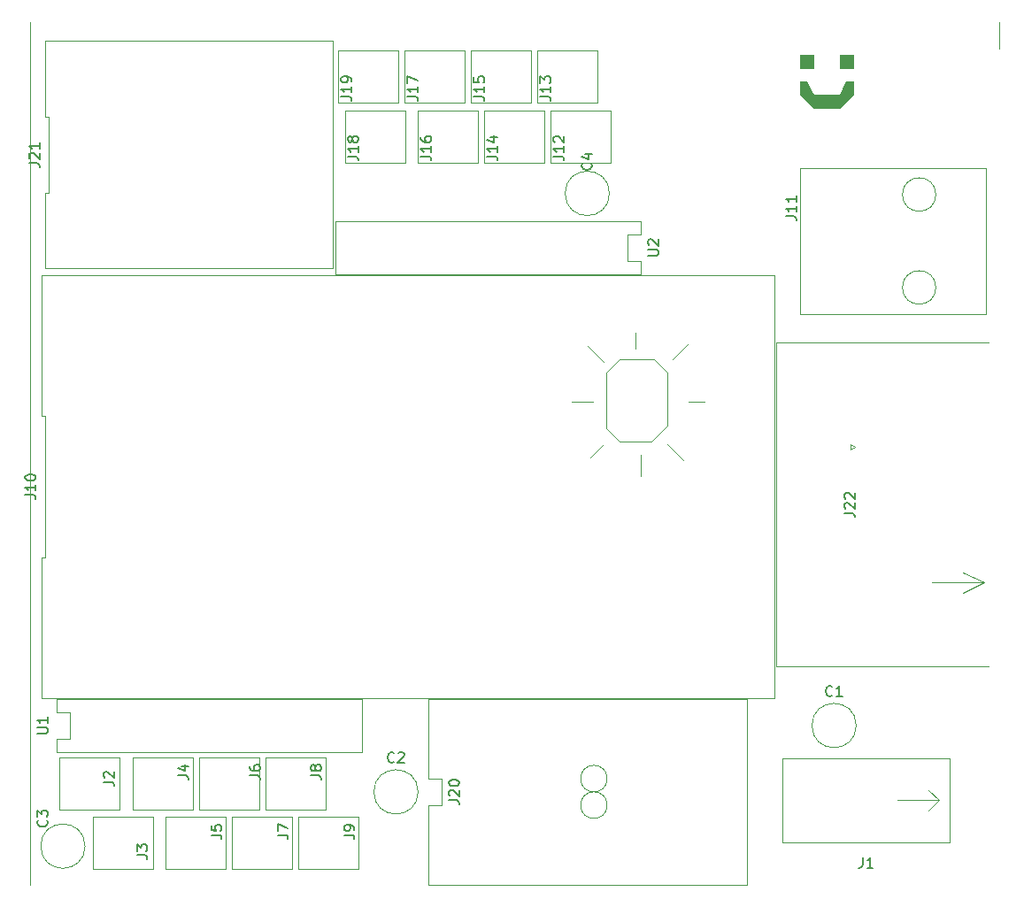
<source format=gbr>
G04 #@! TF.GenerationSoftware,KiCad,Pcbnew,5.1.2-f72e74a~84~ubuntu18.04.1*
G04 #@! TF.CreationDate,2019-05-24T12:06:17-04:00*
G04 #@! TF.ProjectId,temperature board,74656d70-6572-4617-9475-726520626f61,v01*
G04 #@! TF.SameCoordinates,Original*
G04 #@! TF.FileFunction,Legend,Top*
G04 #@! TF.FilePolarity,Positive*
%FSLAX46Y46*%
G04 Gerber Fmt 4.6, Leading zero omitted, Abs format (unit mm)*
G04 Created by KiCad (PCBNEW 5.1.2-f72e74a~84~ubuntu18.04.1) date 2019-05-24 12:06:17*
%MOMM*%
%LPD*%
G04 APERTURE LIST*
%ADD10C,0.120000*%
%ADD11C,0.100000*%
%ADD12C,0.150000*%
G04 APERTURE END LIST*
D10*
X125984000Y-67056000D02*
X124714000Y-68326000D01*
X126238000Y-65532000D02*
X126238000Y-60198000D01*
X127508000Y-66802000D02*
X126238000Y-65532000D01*
X130556000Y-66802000D02*
X127508000Y-66802000D01*
X132080000Y-65278000D02*
X130556000Y-66802000D01*
X132080000Y-60198000D02*
X132080000Y-65278000D01*
X130810000Y-58928000D02*
X132080000Y-60198000D01*
X127508000Y-58928000D02*
X130810000Y-58928000D01*
X126238000Y-60198000D02*
X127508000Y-58928000D01*
X125984000Y-59182000D02*
X124460000Y-57658000D01*
X123000000Y-63000000D02*
X125000000Y-63000000D01*
X129032000Y-57912000D02*
X129032000Y-56388000D01*
X132588000Y-58928000D02*
X134112000Y-57404000D01*
X134112000Y-62992000D02*
X135636000Y-62992000D01*
X132080000Y-67056000D02*
X133604000Y-68580000D01*
X129540000Y-70104000D02*
X129540000Y-68072000D01*
D11*
G36*
X146050000Y-33655000D02*
G01*
X148590000Y-33655000D01*
X149225000Y-32385000D01*
X149860000Y-32385000D01*
X149860000Y-33655000D01*
X148590000Y-34925000D01*
X146050000Y-34925000D01*
X144780000Y-33655000D01*
X144780000Y-32385000D01*
X145415000Y-32385000D01*
X146050000Y-33655000D01*
G37*
X146050000Y-33655000D02*
X148590000Y-33655000D01*
X149225000Y-32385000D01*
X149860000Y-32385000D01*
X149860000Y-33655000D01*
X148590000Y-34925000D01*
X146050000Y-34925000D01*
X144780000Y-33655000D01*
X144780000Y-32385000D01*
X145415000Y-32385000D01*
X146050000Y-33655000D01*
G36*
X149860000Y-31115000D02*
G01*
X148590000Y-31115000D01*
X148590000Y-29845000D01*
X149860000Y-29845000D01*
X149860000Y-31115000D01*
G37*
X149860000Y-31115000D02*
X148590000Y-31115000D01*
X148590000Y-29845000D01*
X149860000Y-29845000D01*
X149860000Y-31115000D01*
G36*
X146050000Y-31115000D02*
G01*
X144780000Y-31115000D01*
X144780000Y-29845000D01*
X146050000Y-29845000D01*
X146050000Y-31115000D01*
G37*
X146050000Y-31115000D02*
X144780000Y-31115000D01*
X144780000Y-29845000D01*
X146050000Y-29845000D01*
X146050000Y-31115000D01*
D10*
X163830000Y-26670000D02*
X163830000Y-29210000D01*
X71120000Y-109220000D02*
X71120000Y-26670000D01*
X72235000Y-91359999D02*
X142395000Y-91360000D01*
X142395000Y-91360000D02*
X142395000Y-50880001D01*
X142395000Y-50880001D02*
X72235000Y-50880000D01*
X72235000Y-50880000D02*
X72235000Y-64373334D01*
X72235000Y-64373334D02*
X72595000Y-64373334D01*
X72595000Y-64373334D02*
X72595000Y-77866666D01*
X72595000Y-77866666D02*
X72235000Y-77866666D01*
X72235000Y-77866666D02*
X72235000Y-91359999D01*
X120950000Y-40132000D02*
X120950000Y-35132000D01*
X126700000Y-40132000D02*
X126700000Y-35132000D01*
X120950000Y-40132000D02*
X126700000Y-40132000D01*
X120950000Y-35132000D02*
X126700000Y-35132000D01*
X100630000Y-34417000D02*
X100630000Y-29417000D01*
X106380000Y-34417000D02*
X106380000Y-29417000D01*
X100630000Y-34417000D02*
X106380000Y-34417000D01*
X100630000Y-29417000D02*
X106380000Y-29417000D01*
X101265000Y-40132000D02*
X101265000Y-35132000D01*
X107015000Y-40132000D02*
X107015000Y-35132000D01*
X101265000Y-40132000D02*
X107015000Y-40132000D01*
X101265000Y-35132000D02*
X107015000Y-35132000D01*
X106980000Y-34417000D02*
X106980000Y-29417000D01*
X112730000Y-34417000D02*
X112730000Y-29417000D01*
X106980000Y-34417000D02*
X112730000Y-34417000D01*
X106980000Y-29417000D02*
X112730000Y-29417000D01*
X108250000Y-40132000D02*
X108250000Y-35132000D01*
X114000000Y-40132000D02*
X114000000Y-35132000D01*
X108250000Y-40132000D02*
X114000000Y-40132000D01*
X108250000Y-35132000D02*
X114000000Y-35132000D01*
X113330000Y-34417000D02*
X113330000Y-29417000D01*
X119080000Y-34417000D02*
X119080000Y-29417000D01*
X113330000Y-34417000D02*
X119080000Y-34417000D01*
X113330000Y-29417000D02*
X119080000Y-29417000D01*
X114600000Y-40132000D02*
X114600000Y-35132000D01*
X120350000Y-40132000D02*
X120350000Y-35132000D01*
X114600000Y-40132000D02*
X120350000Y-40132000D01*
X114600000Y-35132000D02*
X120350000Y-35132000D01*
X119680000Y-34417000D02*
X119680000Y-29417000D01*
X125430000Y-34417000D02*
X125430000Y-29417000D01*
X119680000Y-34417000D02*
X125430000Y-34417000D01*
X119680000Y-29417000D02*
X125430000Y-29417000D01*
X102570000Y-102743000D02*
X102570000Y-107743000D01*
X96820000Y-102743000D02*
X96820000Y-107743000D01*
X102570000Y-102743000D02*
X96820000Y-102743000D01*
X102570000Y-107743000D02*
X96820000Y-107743000D01*
X99395000Y-97028000D02*
X99395000Y-102028000D01*
X93645000Y-97028000D02*
X93645000Y-102028000D01*
X99395000Y-97028000D02*
X93645000Y-97028000D01*
X99395000Y-102028000D02*
X93645000Y-102028000D01*
X96220000Y-102743000D02*
X96220000Y-107743000D01*
X90470000Y-102743000D02*
X90470000Y-107743000D01*
X96220000Y-102743000D02*
X90470000Y-102743000D01*
X96220000Y-107743000D02*
X90470000Y-107743000D01*
X93045000Y-97028000D02*
X93045000Y-102028000D01*
X87295000Y-97028000D02*
X87295000Y-102028000D01*
X93045000Y-97028000D02*
X87295000Y-97028000D01*
X93045000Y-102028000D02*
X87295000Y-102028000D01*
X89870000Y-102743000D02*
X89870000Y-107743000D01*
X84120000Y-102743000D02*
X84120000Y-107743000D01*
X89870000Y-102743000D02*
X84120000Y-102743000D01*
X89870000Y-107743000D02*
X84120000Y-107743000D01*
X86695000Y-97028000D02*
X86695000Y-102028000D01*
X80945000Y-97028000D02*
X80945000Y-102028000D01*
X86695000Y-97028000D02*
X80945000Y-97028000D01*
X86695000Y-102028000D02*
X80945000Y-102028000D01*
X82885000Y-102743000D02*
X82885000Y-107743000D01*
X77135000Y-102743000D02*
X77135000Y-107743000D01*
X82885000Y-102743000D02*
X77135000Y-102743000D01*
X82885000Y-107743000D02*
X77135000Y-107743000D01*
X79710000Y-97028000D02*
X79710000Y-102028000D01*
X73960000Y-97028000D02*
X73960000Y-102028000D01*
X79710000Y-97028000D02*
X73960000Y-97028000D01*
X79710000Y-102028000D02*
X73960000Y-102028000D01*
X72600000Y-50260000D02*
X100120000Y-50260000D01*
X100120000Y-50260000D02*
X100120000Y-28480000D01*
X100120000Y-28480000D02*
X72600000Y-28480000D01*
X72600000Y-28480000D02*
X72600000Y-35740000D01*
X72600000Y-35740000D02*
X72960000Y-35740000D01*
X72960000Y-35740000D02*
X72960000Y-42999999D01*
X72960000Y-42999999D02*
X72600000Y-42999999D01*
X72600000Y-42999999D02*
X72600000Y-50260000D01*
X129540000Y-50800000D02*
X127000000Y-50800000D01*
X129540000Y-49530000D02*
X129540000Y-50800000D01*
X128270000Y-49530000D02*
X129540000Y-49530000D01*
X128270000Y-46990000D02*
X128270000Y-49530000D01*
X129540000Y-46990000D02*
X128270000Y-46990000D01*
X129540000Y-45720000D02*
X129540000Y-46990000D01*
X127000000Y-45720000D02*
X129540000Y-45720000D01*
X100330000Y-45720000D02*
X127000000Y-45720000D01*
X100330000Y-50800000D02*
X100330000Y-45720000D01*
X127000000Y-50800000D02*
X100330000Y-50800000D01*
X157809946Y-43180000D02*
G75*
G03X157809946Y-43180000I-1599946J0D01*
G01*
X157809946Y-52070000D02*
G75*
G03X157809946Y-52070000I-1599946J0D01*
G01*
X144780000Y-54610000D02*
X162560000Y-54610000D01*
X162560000Y-54610000D02*
X162560000Y-40640000D01*
X162560000Y-40640000D02*
X144780000Y-40640000D01*
X144780000Y-40640000D02*
X144780000Y-54610000D01*
X159130000Y-105140000D02*
X159130000Y-98140000D01*
X159130000Y-98140000D02*
X159130000Y-97140000D01*
X159130000Y-97140000D02*
X143130000Y-97140000D01*
X143130000Y-97140000D02*
X143130000Y-105140000D01*
X143130000Y-105140000D02*
X159130000Y-105140000D01*
X154130000Y-101140000D02*
X158130000Y-101140000D01*
X158130000Y-101140000D02*
X157130000Y-102140000D01*
X157130000Y-102140000D02*
X158130000Y-101140000D01*
X158130000Y-101140000D02*
X157130000Y-100140000D01*
X109220000Y-109220000D02*
X109220000Y-101600000D01*
X109220000Y-101600000D02*
X110490000Y-101600000D01*
X110490000Y-101600000D02*
X110490000Y-99060000D01*
X110490000Y-99060000D02*
X109220000Y-99060000D01*
X109220000Y-99060000D02*
X109220000Y-91440000D01*
X109220000Y-91440000D02*
X139700000Y-91440000D01*
X139700000Y-91440000D02*
X139700000Y-109220000D01*
X139700000Y-109220000D02*
X109220000Y-109220000D01*
X126365000Y-101600000D02*
G75*
G03X126365000Y-101600000I-1270000J0D01*
G01*
X126365000Y-99060000D02*
G75*
G03X126365000Y-99060000I-1270000J0D01*
G01*
X76200000Y-91440000D02*
X102870000Y-91440000D01*
X102870000Y-91440000D02*
X102870000Y-96520000D01*
X102870000Y-96520000D02*
X76200000Y-96520000D01*
X76200000Y-96520000D02*
X73660000Y-96520000D01*
X73660000Y-96520000D02*
X73660000Y-95250000D01*
X73660000Y-95250000D02*
X74930000Y-95250000D01*
X74930000Y-95250000D02*
X74930000Y-92710000D01*
X74930000Y-92710000D02*
X73660000Y-92710000D01*
X73660000Y-92710000D02*
X73660000Y-91440000D01*
X73660000Y-91440000D02*
X76200000Y-91440000D01*
X150190000Y-93980000D02*
G75*
G03X150190000Y-93980000I-2120000J0D01*
G01*
X108280000Y-100330000D02*
G75*
G03X108280000Y-100330000I-2120000J0D01*
G01*
X76415000Y-105525000D02*
G75*
G03X76415000Y-105525000I-2120000J0D01*
G01*
X126580000Y-43065000D02*
G75*
G03X126580000Y-43065000I-2120000J0D01*
G01*
X150540000Y-57365000D02*
X142540000Y-57365000D01*
X150540000Y-88335000D02*
X142540000Y-88335000D01*
X150078675Y-67310000D02*
X149645662Y-67560000D01*
X149645662Y-67060000D02*
X150078675Y-67310000D01*
X149645662Y-67560000D02*
X149645662Y-67060000D01*
X150540000Y-57365000D02*
X162880000Y-57365000D01*
X142540000Y-88335000D02*
X142540000Y-57365000D01*
X162880000Y-88335000D02*
X150540000Y-88335000D01*
X157400000Y-80310000D02*
X162400000Y-80310000D01*
X162400000Y-80310000D02*
X160400000Y-79310000D01*
X160400000Y-79310000D02*
X162400000Y-80310000D01*
X160400000Y-81310000D02*
X162400000Y-80310000D01*
D12*
X70687380Y-71929523D02*
X71401666Y-71929523D01*
X71544523Y-71977142D01*
X71639761Y-72072380D01*
X71687380Y-72215238D01*
X71687380Y-72310476D01*
X71687380Y-70929523D02*
X71687380Y-71500952D01*
X71687380Y-71215238D02*
X70687380Y-71215238D01*
X70830238Y-71310476D01*
X70925476Y-71405714D01*
X70973095Y-71500952D01*
X70687380Y-70310476D02*
X70687380Y-70215238D01*
X70735000Y-70120000D01*
X70782619Y-70072380D01*
X70877857Y-70024761D01*
X71068333Y-69977142D01*
X71306428Y-69977142D01*
X71496904Y-70024761D01*
X71592142Y-70072380D01*
X71639761Y-70120000D01*
X71687380Y-70215238D01*
X71687380Y-70310476D01*
X71639761Y-70405714D01*
X71592142Y-70453333D01*
X71496904Y-70500952D01*
X71306428Y-70548571D01*
X71068333Y-70548571D01*
X70877857Y-70500952D01*
X70782619Y-70453333D01*
X70735000Y-70405714D01*
X70687380Y-70310476D01*
X121237380Y-39544523D02*
X121951666Y-39544523D01*
X122094523Y-39592142D01*
X122189761Y-39687380D01*
X122237380Y-39830238D01*
X122237380Y-39925476D01*
X122237380Y-38544523D02*
X122237380Y-39115952D01*
X122237380Y-38830238D02*
X121237380Y-38830238D01*
X121380238Y-38925476D01*
X121475476Y-39020714D01*
X121523095Y-39115952D01*
X121332619Y-38163571D02*
X121285000Y-38115952D01*
X121237380Y-38020714D01*
X121237380Y-37782619D01*
X121285000Y-37687380D01*
X121332619Y-37639761D01*
X121427857Y-37592142D01*
X121523095Y-37592142D01*
X121665952Y-37639761D01*
X122237380Y-38211190D01*
X122237380Y-37592142D01*
X100917380Y-33829523D02*
X101631666Y-33829523D01*
X101774523Y-33877142D01*
X101869761Y-33972380D01*
X101917380Y-34115238D01*
X101917380Y-34210476D01*
X101917380Y-32829523D02*
X101917380Y-33400952D01*
X101917380Y-33115238D02*
X100917380Y-33115238D01*
X101060238Y-33210476D01*
X101155476Y-33305714D01*
X101203095Y-33400952D01*
X101917380Y-32353333D02*
X101917380Y-32162857D01*
X101869761Y-32067619D01*
X101822142Y-32020000D01*
X101679285Y-31924761D01*
X101488809Y-31877142D01*
X101107857Y-31877142D01*
X101012619Y-31924761D01*
X100965000Y-31972380D01*
X100917380Y-32067619D01*
X100917380Y-32258095D01*
X100965000Y-32353333D01*
X101012619Y-32400952D01*
X101107857Y-32448571D01*
X101345952Y-32448571D01*
X101441190Y-32400952D01*
X101488809Y-32353333D01*
X101536428Y-32258095D01*
X101536428Y-32067619D01*
X101488809Y-31972380D01*
X101441190Y-31924761D01*
X101345952Y-31877142D01*
X101552380Y-39544523D02*
X102266666Y-39544523D01*
X102409523Y-39592142D01*
X102504761Y-39687380D01*
X102552380Y-39830238D01*
X102552380Y-39925476D01*
X102552380Y-38544523D02*
X102552380Y-39115952D01*
X102552380Y-38830238D02*
X101552380Y-38830238D01*
X101695238Y-38925476D01*
X101790476Y-39020714D01*
X101838095Y-39115952D01*
X101980952Y-37973095D02*
X101933333Y-38068333D01*
X101885714Y-38115952D01*
X101790476Y-38163571D01*
X101742857Y-38163571D01*
X101647619Y-38115952D01*
X101600000Y-38068333D01*
X101552380Y-37973095D01*
X101552380Y-37782619D01*
X101600000Y-37687380D01*
X101647619Y-37639761D01*
X101742857Y-37592142D01*
X101790476Y-37592142D01*
X101885714Y-37639761D01*
X101933333Y-37687380D01*
X101980952Y-37782619D01*
X101980952Y-37973095D01*
X102028571Y-38068333D01*
X102076190Y-38115952D01*
X102171428Y-38163571D01*
X102361904Y-38163571D01*
X102457142Y-38115952D01*
X102504761Y-38068333D01*
X102552380Y-37973095D01*
X102552380Y-37782619D01*
X102504761Y-37687380D01*
X102457142Y-37639761D01*
X102361904Y-37592142D01*
X102171428Y-37592142D01*
X102076190Y-37639761D01*
X102028571Y-37687380D01*
X101980952Y-37782619D01*
X107267380Y-33829523D02*
X107981666Y-33829523D01*
X108124523Y-33877142D01*
X108219761Y-33972380D01*
X108267380Y-34115238D01*
X108267380Y-34210476D01*
X108267380Y-32829523D02*
X108267380Y-33400952D01*
X108267380Y-33115238D02*
X107267380Y-33115238D01*
X107410238Y-33210476D01*
X107505476Y-33305714D01*
X107553095Y-33400952D01*
X107267380Y-32496190D02*
X107267380Y-31829523D01*
X108267380Y-32258095D01*
X108537380Y-39544523D02*
X109251666Y-39544523D01*
X109394523Y-39592142D01*
X109489761Y-39687380D01*
X109537380Y-39830238D01*
X109537380Y-39925476D01*
X109537380Y-38544523D02*
X109537380Y-39115952D01*
X109537380Y-38830238D02*
X108537380Y-38830238D01*
X108680238Y-38925476D01*
X108775476Y-39020714D01*
X108823095Y-39115952D01*
X108537380Y-37687380D02*
X108537380Y-37877857D01*
X108585000Y-37973095D01*
X108632619Y-38020714D01*
X108775476Y-38115952D01*
X108965952Y-38163571D01*
X109346904Y-38163571D01*
X109442142Y-38115952D01*
X109489761Y-38068333D01*
X109537380Y-37973095D01*
X109537380Y-37782619D01*
X109489761Y-37687380D01*
X109442142Y-37639761D01*
X109346904Y-37592142D01*
X109108809Y-37592142D01*
X109013571Y-37639761D01*
X108965952Y-37687380D01*
X108918333Y-37782619D01*
X108918333Y-37973095D01*
X108965952Y-38068333D01*
X109013571Y-38115952D01*
X109108809Y-38163571D01*
X113617380Y-33829523D02*
X114331666Y-33829523D01*
X114474523Y-33877142D01*
X114569761Y-33972380D01*
X114617380Y-34115238D01*
X114617380Y-34210476D01*
X114617380Y-32829523D02*
X114617380Y-33400952D01*
X114617380Y-33115238D02*
X113617380Y-33115238D01*
X113760238Y-33210476D01*
X113855476Y-33305714D01*
X113903095Y-33400952D01*
X113617380Y-31924761D02*
X113617380Y-32400952D01*
X114093571Y-32448571D01*
X114045952Y-32400952D01*
X113998333Y-32305714D01*
X113998333Y-32067619D01*
X114045952Y-31972380D01*
X114093571Y-31924761D01*
X114188809Y-31877142D01*
X114426904Y-31877142D01*
X114522142Y-31924761D01*
X114569761Y-31972380D01*
X114617380Y-32067619D01*
X114617380Y-32305714D01*
X114569761Y-32400952D01*
X114522142Y-32448571D01*
X114887380Y-39544523D02*
X115601666Y-39544523D01*
X115744523Y-39592142D01*
X115839761Y-39687380D01*
X115887380Y-39830238D01*
X115887380Y-39925476D01*
X115887380Y-38544523D02*
X115887380Y-39115952D01*
X115887380Y-38830238D02*
X114887380Y-38830238D01*
X115030238Y-38925476D01*
X115125476Y-39020714D01*
X115173095Y-39115952D01*
X115220714Y-37687380D02*
X115887380Y-37687380D01*
X114839761Y-37925476D02*
X115554047Y-38163571D01*
X115554047Y-37544523D01*
X119967380Y-33829523D02*
X120681666Y-33829523D01*
X120824523Y-33877142D01*
X120919761Y-33972380D01*
X120967380Y-34115238D01*
X120967380Y-34210476D01*
X120967380Y-32829523D02*
X120967380Y-33400952D01*
X120967380Y-33115238D02*
X119967380Y-33115238D01*
X120110238Y-33210476D01*
X120205476Y-33305714D01*
X120253095Y-33400952D01*
X119967380Y-32496190D02*
X119967380Y-31877142D01*
X120348333Y-32210476D01*
X120348333Y-32067619D01*
X120395952Y-31972380D01*
X120443571Y-31924761D01*
X120538809Y-31877142D01*
X120776904Y-31877142D01*
X120872142Y-31924761D01*
X120919761Y-31972380D01*
X120967380Y-32067619D01*
X120967380Y-32353333D01*
X120919761Y-32448571D01*
X120872142Y-32496190D01*
X101187380Y-104473333D02*
X101901666Y-104473333D01*
X102044523Y-104520952D01*
X102139761Y-104616190D01*
X102187380Y-104759047D01*
X102187380Y-104854285D01*
X102187380Y-103949523D02*
X102187380Y-103759047D01*
X102139761Y-103663809D01*
X102092142Y-103616190D01*
X101949285Y-103520952D01*
X101758809Y-103473333D01*
X101377857Y-103473333D01*
X101282619Y-103520952D01*
X101235000Y-103568571D01*
X101187380Y-103663809D01*
X101187380Y-103854285D01*
X101235000Y-103949523D01*
X101282619Y-103997142D01*
X101377857Y-104044761D01*
X101615952Y-104044761D01*
X101711190Y-103997142D01*
X101758809Y-103949523D01*
X101806428Y-103854285D01*
X101806428Y-103663809D01*
X101758809Y-103568571D01*
X101711190Y-103520952D01*
X101615952Y-103473333D01*
X98012380Y-98758333D02*
X98726666Y-98758333D01*
X98869523Y-98805952D01*
X98964761Y-98901190D01*
X99012380Y-99044047D01*
X99012380Y-99139285D01*
X98440952Y-98139285D02*
X98393333Y-98234523D01*
X98345714Y-98282142D01*
X98250476Y-98329761D01*
X98202857Y-98329761D01*
X98107619Y-98282142D01*
X98060000Y-98234523D01*
X98012380Y-98139285D01*
X98012380Y-97948809D01*
X98060000Y-97853571D01*
X98107619Y-97805952D01*
X98202857Y-97758333D01*
X98250476Y-97758333D01*
X98345714Y-97805952D01*
X98393333Y-97853571D01*
X98440952Y-97948809D01*
X98440952Y-98139285D01*
X98488571Y-98234523D01*
X98536190Y-98282142D01*
X98631428Y-98329761D01*
X98821904Y-98329761D01*
X98917142Y-98282142D01*
X98964761Y-98234523D01*
X99012380Y-98139285D01*
X99012380Y-97948809D01*
X98964761Y-97853571D01*
X98917142Y-97805952D01*
X98821904Y-97758333D01*
X98631428Y-97758333D01*
X98536190Y-97805952D01*
X98488571Y-97853571D01*
X98440952Y-97948809D01*
X94837380Y-104473333D02*
X95551666Y-104473333D01*
X95694523Y-104520952D01*
X95789761Y-104616190D01*
X95837380Y-104759047D01*
X95837380Y-104854285D01*
X94837380Y-104092380D02*
X94837380Y-103425714D01*
X95837380Y-103854285D01*
X92162380Y-98758333D02*
X92876666Y-98758333D01*
X93019523Y-98805952D01*
X93114761Y-98901190D01*
X93162380Y-99044047D01*
X93162380Y-99139285D01*
X92162380Y-97853571D02*
X92162380Y-98044047D01*
X92210000Y-98139285D01*
X92257619Y-98186904D01*
X92400476Y-98282142D01*
X92590952Y-98329761D01*
X92971904Y-98329761D01*
X93067142Y-98282142D01*
X93114761Y-98234523D01*
X93162380Y-98139285D01*
X93162380Y-97948809D01*
X93114761Y-97853571D01*
X93067142Y-97805952D01*
X92971904Y-97758333D01*
X92733809Y-97758333D01*
X92638571Y-97805952D01*
X92590952Y-97853571D01*
X92543333Y-97948809D01*
X92543333Y-98139285D01*
X92590952Y-98234523D01*
X92638571Y-98282142D01*
X92733809Y-98329761D01*
X88487380Y-104473333D02*
X89201666Y-104473333D01*
X89344523Y-104520952D01*
X89439761Y-104616190D01*
X89487380Y-104759047D01*
X89487380Y-104854285D01*
X88487380Y-103520952D02*
X88487380Y-103997142D01*
X88963571Y-104044761D01*
X88915952Y-103997142D01*
X88868333Y-103901904D01*
X88868333Y-103663809D01*
X88915952Y-103568571D01*
X88963571Y-103520952D01*
X89058809Y-103473333D01*
X89296904Y-103473333D01*
X89392142Y-103520952D01*
X89439761Y-103568571D01*
X89487380Y-103663809D01*
X89487380Y-103901904D01*
X89439761Y-103997142D01*
X89392142Y-104044761D01*
X85312380Y-98758333D02*
X86026666Y-98758333D01*
X86169523Y-98805952D01*
X86264761Y-98901190D01*
X86312380Y-99044047D01*
X86312380Y-99139285D01*
X85645714Y-97853571D02*
X86312380Y-97853571D01*
X85264761Y-98091666D02*
X85979047Y-98329761D01*
X85979047Y-97710714D01*
X81367380Y-106378333D02*
X82081666Y-106378333D01*
X82224523Y-106425952D01*
X82319761Y-106521190D01*
X82367380Y-106664047D01*
X82367380Y-106759285D01*
X81367380Y-105997380D02*
X81367380Y-105378333D01*
X81748333Y-105711666D01*
X81748333Y-105568809D01*
X81795952Y-105473571D01*
X81843571Y-105425952D01*
X81938809Y-105378333D01*
X82176904Y-105378333D01*
X82272142Y-105425952D01*
X82319761Y-105473571D01*
X82367380Y-105568809D01*
X82367380Y-105854523D01*
X82319761Y-105949761D01*
X82272142Y-105997380D01*
X78192380Y-99393333D02*
X78906666Y-99393333D01*
X79049523Y-99440952D01*
X79144761Y-99536190D01*
X79192380Y-99679047D01*
X79192380Y-99774285D01*
X78287619Y-98964761D02*
X78240000Y-98917142D01*
X78192380Y-98821904D01*
X78192380Y-98583809D01*
X78240000Y-98488571D01*
X78287619Y-98440952D01*
X78382857Y-98393333D01*
X78478095Y-98393333D01*
X78620952Y-98440952D01*
X79192380Y-99012380D01*
X79192380Y-98393333D01*
X71052380Y-40179523D02*
X71766666Y-40179523D01*
X71909523Y-40227142D01*
X72004761Y-40322380D01*
X72052380Y-40465238D01*
X72052380Y-40560476D01*
X71147619Y-39750952D02*
X71100000Y-39703333D01*
X71052380Y-39608095D01*
X71052380Y-39370000D01*
X71100000Y-39274761D01*
X71147619Y-39227142D01*
X71242857Y-39179523D01*
X71338095Y-39179523D01*
X71480952Y-39227142D01*
X72052380Y-39798571D01*
X72052380Y-39179523D01*
X72052380Y-38227142D02*
X72052380Y-38798571D01*
X72052380Y-38512857D02*
X71052380Y-38512857D01*
X71195238Y-38608095D01*
X71290476Y-38703333D01*
X71338095Y-38798571D01*
X130262380Y-49021904D02*
X131071904Y-49021904D01*
X131167142Y-48974285D01*
X131214761Y-48926666D01*
X131262380Y-48831428D01*
X131262380Y-48640952D01*
X131214761Y-48545714D01*
X131167142Y-48498095D01*
X131071904Y-48450476D01*
X130262380Y-48450476D01*
X130357619Y-48021904D02*
X130310000Y-47974285D01*
X130262380Y-47879047D01*
X130262380Y-47640952D01*
X130310000Y-47545714D01*
X130357619Y-47498095D01*
X130452857Y-47450476D01*
X130548095Y-47450476D01*
X130690952Y-47498095D01*
X131262380Y-48069523D01*
X131262380Y-47450476D01*
X143462380Y-45259523D02*
X144176666Y-45259523D01*
X144319523Y-45307142D01*
X144414761Y-45402380D01*
X144462380Y-45545238D01*
X144462380Y-45640476D01*
X144462380Y-44259523D02*
X144462380Y-44830952D01*
X144462380Y-44545238D02*
X143462380Y-44545238D01*
X143605238Y-44640476D01*
X143700476Y-44735714D01*
X143748095Y-44830952D01*
X144462380Y-43307142D02*
X144462380Y-43878571D01*
X144462380Y-43592857D02*
X143462380Y-43592857D01*
X143605238Y-43688095D01*
X143700476Y-43783333D01*
X143748095Y-43878571D01*
X150796666Y-106592380D02*
X150796666Y-107306666D01*
X150749047Y-107449523D01*
X150653809Y-107544761D01*
X150510952Y-107592380D01*
X150415714Y-107592380D01*
X151796666Y-107592380D02*
X151225238Y-107592380D01*
X151510952Y-107592380D02*
X151510952Y-106592380D01*
X151415714Y-106735238D01*
X151320476Y-106830476D01*
X151225238Y-106878095D01*
X111212380Y-101139523D02*
X111926666Y-101139523D01*
X112069523Y-101187142D01*
X112164761Y-101282380D01*
X112212380Y-101425238D01*
X112212380Y-101520476D01*
X111307619Y-100710952D02*
X111260000Y-100663333D01*
X111212380Y-100568095D01*
X111212380Y-100330000D01*
X111260000Y-100234761D01*
X111307619Y-100187142D01*
X111402857Y-100139523D01*
X111498095Y-100139523D01*
X111640952Y-100187142D01*
X112212380Y-100758571D01*
X112212380Y-100139523D01*
X111212380Y-99520476D02*
X111212380Y-99425238D01*
X111260000Y-99330000D01*
X111307619Y-99282380D01*
X111402857Y-99234761D01*
X111593333Y-99187142D01*
X111831428Y-99187142D01*
X112021904Y-99234761D01*
X112117142Y-99282380D01*
X112164761Y-99330000D01*
X112212380Y-99425238D01*
X112212380Y-99520476D01*
X112164761Y-99615714D01*
X112117142Y-99663333D01*
X112021904Y-99710952D01*
X111831428Y-99758571D01*
X111593333Y-99758571D01*
X111402857Y-99710952D01*
X111307619Y-99663333D01*
X111260000Y-99615714D01*
X111212380Y-99520476D01*
X71842380Y-94741904D02*
X72651904Y-94741904D01*
X72747142Y-94694285D01*
X72794761Y-94646666D01*
X72842380Y-94551428D01*
X72842380Y-94360952D01*
X72794761Y-94265714D01*
X72747142Y-94218095D01*
X72651904Y-94170476D01*
X71842380Y-94170476D01*
X72842380Y-93170476D02*
X72842380Y-93741904D01*
X72842380Y-93456190D02*
X71842380Y-93456190D01*
X71985238Y-93551428D01*
X72080476Y-93646666D01*
X72128095Y-93741904D01*
X147903333Y-91087142D02*
X147855714Y-91134761D01*
X147712857Y-91182380D01*
X147617619Y-91182380D01*
X147474761Y-91134761D01*
X147379523Y-91039523D01*
X147331904Y-90944285D01*
X147284285Y-90753809D01*
X147284285Y-90610952D01*
X147331904Y-90420476D01*
X147379523Y-90325238D01*
X147474761Y-90230000D01*
X147617619Y-90182380D01*
X147712857Y-90182380D01*
X147855714Y-90230000D01*
X147903333Y-90277619D01*
X148855714Y-91182380D02*
X148284285Y-91182380D01*
X148570000Y-91182380D02*
X148570000Y-90182380D01*
X148474761Y-90325238D01*
X148379523Y-90420476D01*
X148284285Y-90468095D01*
X105993333Y-97437142D02*
X105945714Y-97484761D01*
X105802857Y-97532380D01*
X105707619Y-97532380D01*
X105564761Y-97484761D01*
X105469523Y-97389523D01*
X105421904Y-97294285D01*
X105374285Y-97103809D01*
X105374285Y-96960952D01*
X105421904Y-96770476D01*
X105469523Y-96675238D01*
X105564761Y-96580000D01*
X105707619Y-96532380D01*
X105802857Y-96532380D01*
X105945714Y-96580000D01*
X105993333Y-96627619D01*
X106374285Y-96627619D02*
X106421904Y-96580000D01*
X106517142Y-96532380D01*
X106755238Y-96532380D01*
X106850476Y-96580000D01*
X106898095Y-96627619D01*
X106945714Y-96722857D01*
X106945714Y-96818095D01*
X106898095Y-96960952D01*
X106326666Y-97532380D01*
X106945714Y-97532380D01*
X72747142Y-103036666D02*
X72794761Y-103084285D01*
X72842380Y-103227142D01*
X72842380Y-103322380D01*
X72794761Y-103465238D01*
X72699523Y-103560476D01*
X72604285Y-103608095D01*
X72413809Y-103655714D01*
X72270952Y-103655714D01*
X72080476Y-103608095D01*
X71985238Y-103560476D01*
X71890000Y-103465238D01*
X71842380Y-103322380D01*
X71842380Y-103227142D01*
X71890000Y-103084285D01*
X71937619Y-103036666D01*
X71842380Y-102703333D02*
X71842380Y-102084285D01*
X72223333Y-102417619D01*
X72223333Y-102274761D01*
X72270952Y-102179523D01*
X72318571Y-102131904D01*
X72413809Y-102084285D01*
X72651904Y-102084285D01*
X72747142Y-102131904D01*
X72794761Y-102179523D01*
X72842380Y-102274761D01*
X72842380Y-102560476D01*
X72794761Y-102655714D01*
X72747142Y-102703333D01*
X124817142Y-40171666D02*
X124864761Y-40219285D01*
X124912380Y-40362142D01*
X124912380Y-40457380D01*
X124864761Y-40600238D01*
X124769523Y-40695476D01*
X124674285Y-40743095D01*
X124483809Y-40790714D01*
X124340952Y-40790714D01*
X124150476Y-40743095D01*
X124055238Y-40695476D01*
X123960000Y-40600238D01*
X123912380Y-40457380D01*
X123912380Y-40362142D01*
X123960000Y-40219285D01*
X124007619Y-40171666D01*
X124245714Y-39314523D02*
X124912380Y-39314523D01*
X123864761Y-39552619D02*
X124579047Y-39790714D01*
X124579047Y-39171666D01*
X149052380Y-73659523D02*
X149766666Y-73659523D01*
X149909523Y-73707142D01*
X150004761Y-73802380D01*
X150052380Y-73945238D01*
X150052380Y-74040476D01*
X149147619Y-73230952D02*
X149100000Y-73183333D01*
X149052380Y-73088095D01*
X149052380Y-72850000D01*
X149100000Y-72754761D01*
X149147619Y-72707142D01*
X149242857Y-72659523D01*
X149338095Y-72659523D01*
X149480952Y-72707142D01*
X150052380Y-73278571D01*
X150052380Y-72659523D01*
X149147619Y-72278571D02*
X149100000Y-72230952D01*
X149052380Y-72135714D01*
X149052380Y-71897619D01*
X149100000Y-71802380D01*
X149147619Y-71754761D01*
X149242857Y-71707142D01*
X149338095Y-71707142D01*
X149480952Y-71754761D01*
X150052380Y-72326190D01*
X150052380Y-71707142D01*
M02*

</source>
